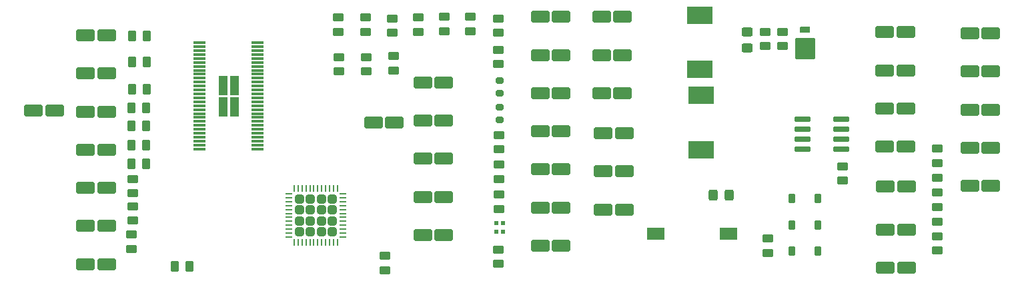
<source format=gbr>
%TF.GenerationSoftware,KiCad,Pcbnew,9.0.2*%
%TF.CreationDate,2025-07-10T19:46:15+05:30*%
%TF.ProjectId,STM32 ESC PCB Design,53544d33-3220-4455-9343-205043422044,rev?*%
%TF.SameCoordinates,Original*%
%TF.FileFunction,Paste,Top*%
%TF.FilePolarity,Positive*%
%FSLAX46Y46*%
G04 Gerber Fmt 4.6, Leading zero omitted, Abs format (unit mm)*
G04 Created by KiCad (PCBNEW 9.0.2) date 2025-07-10 19:46:15*
%MOMM*%
%LPD*%
G01*
G04 APERTURE LIST*
G04 Aperture macros list*
%AMRoundRect*
0 Rectangle with rounded corners*
0 $1 Rounding radius*
0 $2 $3 $4 $5 $6 $7 $8 $9 X,Y pos of 4 corners*
0 Add a 4 corners polygon primitive as box body*
4,1,4,$2,$3,$4,$5,$6,$7,$8,$9,$2,$3,0*
0 Add four circle primitives for the rounded corners*
1,1,$1+$1,$2,$3*
1,1,$1+$1,$4,$5*
1,1,$1+$1,$6,$7*
1,1,$1+$1,$8,$9*
0 Add four rect primitives between the rounded corners*
20,1,$1+$1,$2,$3,$4,$5,0*
20,1,$1+$1,$4,$5,$6,$7,0*
20,1,$1+$1,$6,$7,$8,$9,0*
20,1,$1+$1,$8,$9,$2,$3,0*%
G04 Aperture macros list end*
%ADD10C,0.010000*%
%ADD11RoundRect,0.250001X0.924999X0.499999X-0.924999X0.499999X-0.924999X-0.499999X0.924999X-0.499999X0*%
%ADD12RoundRect,0.250000X-0.262500X-0.450000X0.262500X-0.450000X0.262500X0.450000X-0.262500X0.450000X0*%
%ADD13RoundRect,0.250001X-0.924999X-0.499999X0.924999X-0.499999X0.924999X0.499999X-0.924999X0.499999X0*%
%ADD14RoundRect,0.250000X0.262500X0.450000X-0.262500X0.450000X-0.262500X-0.450000X0.262500X-0.450000X0*%
%ADD15RoundRect,0.250000X-0.450000X0.262500X-0.450000X-0.262500X0.450000X-0.262500X0.450000X0.262500X0*%
%ADD16RoundRect,0.250000X0.450000X-0.262500X0.450000X0.262500X-0.450000X0.262500X-0.450000X-0.262500X0*%
%ADD17RoundRect,0.225000X-0.225000X-0.375000X0.225000X-0.375000X0.225000X0.375000X-0.225000X0.375000X0*%
%ADD18RoundRect,0.127000X1.143000X-1.208000X1.143000X1.208000X-1.143000X1.208000X-1.143000X-1.208000X0*%
%ADD19RoundRect,0.076200X0.558800X-0.304800X0.558800X0.304800X-0.558800X0.304800X-0.558800X-0.304800X0*%
%ADD20R,0.500000X0.600000*%
%ADD21R,3.180000X2.250000*%
%ADD22RoundRect,0.200000X0.275000X-0.200000X0.275000X0.200000X-0.275000X0.200000X-0.275000X-0.200000X0*%
%ADD23RoundRect,0.070000X-0.715000X-0.070000X0.715000X-0.070000X0.715000X0.070000X-0.715000X0.070000X0*%
%ADD24RoundRect,0.075000X-0.910000X-0.225000X0.910000X-0.225000X0.910000X0.225000X-0.910000X0.225000X0*%
%ADD25RoundRect,0.250000X0.315000X0.315000X-0.315000X0.315000X-0.315000X-0.315000X0.315000X-0.315000X0*%
%ADD26RoundRect,0.062500X0.375000X0.062500X-0.375000X0.062500X-0.375000X-0.062500X0.375000X-0.062500X0*%
%ADD27RoundRect,0.062500X0.062500X0.375000X-0.062500X0.375000X-0.062500X-0.375000X0.062500X-0.375000X0*%
%ADD28RoundRect,0.250000X0.450000X-0.325000X0.450000X0.325000X-0.450000X0.325000X-0.450000X-0.325000X0*%
%ADD29R,2.180000X1.600000*%
%ADD30RoundRect,0.250000X-0.325000X-0.450000X0.325000X-0.450000X0.325000X0.450000X-0.325000X0.450000X0*%
G04 APERTURE END LIST*
D10*
%TO.C,U1*%
X75980000Y-48650000D02*
X74960000Y-48650000D01*
X74960000Y-46340000D01*
X75980000Y-46340000D01*
X75980000Y-48650000D01*
G36*
X75980000Y-48650000D02*
G01*
X74960000Y-48650000D01*
X74960000Y-46340000D01*
X75980000Y-46340000D01*
X75980000Y-48650000D01*
G37*
X75980000Y-51360000D02*
X74960000Y-51360000D01*
X74960000Y-49050000D01*
X75980000Y-49050000D01*
X75980000Y-51360000D01*
G36*
X75980000Y-51360000D02*
G01*
X74960000Y-51360000D01*
X74960000Y-49050000D01*
X75980000Y-49050000D01*
X75980000Y-51360000D01*
G37*
X77400000Y-48650000D02*
X76380000Y-48650000D01*
X76380000Y-46340000D01*
X77400000Y-46340000D01*
X77400000Y-48650000D01*
G36*
X77400000Y-48650000D02*
G01*
X76380000Y-48650000D01*
X76380000Y-46340000D01*
X77400000Y-46340000D01*
X77400000Y-48650000D01*
G37*
X77400000Y-51360000D02*
X76380000Y-51360000D01*
X76380000Y-49050000D01*
X77400000Y-49050000D01*
X77400000Y-51360000D01*
G36*
X77400000Y-51360000D02*
G01*
X76380000Y-51360000D01*
X76380000Y-49050000D01*
X77400000Y-49050000D01*
X77400000Y-51360000D01*
G37*
%TD*%
D11*
%TO.C,C8*%
X126400000Y-63300000D03*
X123750000Y-63300000D03*
%TD*%
D12*
%TO.C,R3*%
X63975000Y-48000000D03*
X65800000Y-48000000D03*
%TD*%
D13*
%TO.C,C18*%
X159475000Y-55300000D03*
X162125000Y-55300000D03*
%TD*%
D14*
%TO.C,R4*%
X65700000Y-50400000D03*
X63875000Y-50400000D03*
%TD*%
D15*
%TO.C,R10*%
X166100000Y-55575000D03*
X166100000Y-57400000D03*
%TD*%
D11*
%TO.C,C13*%
X126200000Y-43650000D03*
X123550000Y-43650000D03*
%TD*%
D16*
%TO.C,R20*%
X97000000Y-40825000D03*
X97000000Y-39000000D03*
%TD*%
%TO.C,R32*%
X110400000Y-40825000D03*
X110400000Y-39000000D03*
%TD*%
%TO.C,R33*%
X110400000Y-70212500D03*
X110400000Y-68387500D03*
%TD*%
%TO.C,R16*%
X154100000Y-59612500D03*
X154100000Y-57787500D03*
%TD*%
D13*
%TO.C,C24*%
X159550000Y-65850000D03*
X162200000Y-65850000D03*
%TD*%
D12*
%TO.C,R2*%
X63975000Y-41200000D03*
X65800000Y-41200000D03*
%TD*%
D13*
%TO.C,C19*%
X170250000Y-40900000D03*
X172900000Y-40900000D03*
%TD*%
%TO.C,C37*%
X100850000Y-56850000D03*
X103500000Y-56850000D03*
%TD*%
D11*
%TO.C,C12*%
X126200000Y-48500000D03*
X123550000Y-48500000D03*
%TD*%
D13*
%TO.C,C34*%
X115750000Y-63050000D03*
X118400000Y-63050000D03*
%TD*%
D17*
%TO.C,Z5*%
X147700000Y-65250000D03*
X151000000Y-65250000D03*
%TD*%
D12*
%TO.C,R5*%
X63900000Y-52700000D03*
X65725000Y-52700000D03*
%TD*%
%TO.C,R1*%
X63975000Y-44500000D03*
X65800000Y-44500000D03*
%TD*%
%TO.C,R6*%
X63900000Y-55100000D03*
X65725000Y-55100000D03*
%TD*%
D16*
%TO.C,R35*%
X110500000Y-63225000D03*
X110500000Y-61400000D03*
%TD*%
D13*
%TO.C,C29*%
X115750000Y-43650000D03*
X118400000Y-43650000D03*
%TD*%
D18*
%TO.C,D10*%
X149400000Y-42851000D03*
D19*
X149400000Y-40500000D03*
%TD*%
D16*
%TO.C,R28*%
X110400000Y-44825000D03*
X110400000Y-43000000D03*
%TD*%
D17*
%TO.C,Z6*%
X147700000Y-68600000D03*
X151000000Y-68600000D03*
%TD*%
D13*
%TO.C,C16*%
X159475000Y-45600000D03*
X162125000Y-45600000D03*
%TD*%
%TO.C,C2*%
X58050000Y-46000000D03*
X60700000Y-46000000D03*
%TD*%
D20*
%TO.C,Y1*%
X110200000Y-65000000D03*
X110200000Y-66100000D03*
X111000000Y-66100000D03*
X111000000Y-65000000D03*
%TD*%
D15*
%TO.C,R18*%
X64000000Y-59400000D03*
X64000000Y-61225000D03*
%TD*%
D13*
%TO.C,C28*%
X115750000Y-38800000D03*
X118400000Y-38800000D03*
%TD*%
D21*
%TO.C,D7*%
X136000000Y-38590000D03*
X136000000Y-45500000D03*
%TD*%
D22*
%TO.C,FB1*%
X110600000Y-48550000D03*
X110600000Y-46900000D03*
%TD*%
D16*
%TO.C,R19*%
X93600000Y-40725000D03*
X93600000Y-38900000D03*
%TD*%
%TO.C,R27*%
X100300000Y-40725000D03*
X100300000Y-38900000D03*
%TD*%
%TO.C,R8*%
X63900000Y-68325000D03*
X63900000Y-66500000D03*
%TD*%
D22*
%TO.C,FB2*%
X110600000Y-51900000D03*
X110600000Y-50250000D03*
%TD*%
D15*
%TO.C,R11*%
X166100000Y-59275000D03*
X166100000Y-61100000D03*
%TD*%
D16*
%TO.C,R14*%
X166100000Y-68525000D03*
X166100000Y-66700000D03*
%TD*%
D13*
%TO.C,C14*%
X51450000Y-50700000D03*
X54100000Y-50700000D03*
%TD*%
D15*
%TO.C,R17*%
X64000000Y-62887500D03*
X64000000Y-64712500D03*
%TD*%
D13*
%TO.C,C31*%
X115750000Y-53350000D03*
X118400000Y-53350000D03*
%TD*%
D11*
%TO.C,C9*%
X126400000Y-58450000D03*
X123750000Y-58450000D03*
%TD*%
D23*
%TO.C,U1*%
X72460000Y-42100000D03*
X72460000Y-42600000D03*
X72460000Y-43100000D03*
X72460000Y-43600000D03*
X72460000Y-44100000D03*
X72460000Y-44600000D03*
X72460000Y-45100000D03*
X72460000Y-45600000D03*
X72460000Y-46100000D03*
X72460000Y-46600000D03*
X72460000Y-47100000D03*
X72460000Y-47600000D03*
X72460000Y-48100000D03*
X72460000Y-48600000D03*
X72460000Y-49100000D03*
X72460000Y-49600000D03*
X72460000Y-50100000D03*
X72460000Y-50600000D03*
X72460000Y-51100000D03*
X72460000Y-51600000D03*
X72460000Y-52100000D03*
X72460000Y-52600000D03*
X72460000Y-53100000D03*
X72460000Y-53600000D03*
X72460000Y-54100000D03*
X72460000Y-54600000D03*
X72460000Y-55100000D03*
X72460000Y-55600000D03*
X79900000Y-55600000D03*
X79900000Y-55100000D03*
X79900000Y-54600000D03*
X79900000Y-54100000D03*
X79900000Y-53600000D03*
X79900000Y-53100000D03*
X79900000Y-52600000D03*
X79900000Y-52100000D03*
X79900000Y-51600000D03*
X79900000Y-51100000D03*
X79900000Y-50600000D03*
X79900000Y-50100000D03*
X79900000Y-49600000D03*
X79900000Y-49100000D03*
X79900000Y-48600000D03*
X79900000Y-48100000D03*
X79900000Y-47600000D03*
X79900000Y-47100000D03*
X79900000Y-46600000D03*
X79900000Y-46100000D03*
X79900000Y-45600000D03*
X79900000Y-45100000D03*
X79900000Y-44600000D03*
X79900000Y-44100000D03*
X79900000Y-43600000D03*
X79900000Y-43100000D03*
X79900000Y-42600000D03*
X79900000Y-42100000D03*
%TD*%
D13*
%TO.C,C17*%
X159475000Y-50450000D03*
X162125000Y-50450000D03*
%TD*%
D12*
%TO.C,R30*%
X69375000Y-70490000D03*
X71200000Y-70490000D03*
%TD*%
D13*
%TO.C,C20*%
X170250000Y-45750000D03*
X172900000Y-45750000D03*
%TD*%
D16*
%TO.C,R29*%
X96000000Y-71025000D03*
X96000000Y-69200000D03*
%TD*%
D13*
%TO.C,C39*%
X100850000Y-66550000D03*
X103500000Y-66550000D03*
%TD*%
D24*
%TO.C,U2*%
X149000000Y-51790000D03*
X149000000Y-53060000D03*
X149000000Y-54330000D03*
X149000000Y-55600000D03*
X153940000Y-55600000D03*
X153940000Y-54330000D03*
X153940000Y-53060000D03*
X153940000Y-51790000D03*
%TD*%
D13*
%TO.C,C5*%
X58050000Y-60550000D03*
X60700000Y-60550000D03*
%TD*%
%TO.C,C7*%
X58050000Y-70250000D03*
X60700000Y-70250000D03*
%TD*%
D16*
%TO.C,R15*%
X166100000Y-64825000D03*
X166100000Y-63000000D03*
%TD*%
D12*
%TO.C,R7*%
X63875000Y-57500000D03*
X65700000Y-57500000D03*
%TD*%
D13*
%TO.C,C22*%
X170250000Y-55450000D03*
X172900000Y-55450000D03*
%TD*%
%TO.C,C38*%
X100850000Y-61700000D03*
X103500000Y-61700000D03*
%TD*%
D16*
%TO.C,R22*%
X106900000Y-40625000D03*
X106900000Y-38800000D03*
%TD*%
%TO.C,R23*%
X93700000Y-45725000D03*
X93700000Y-43900000D03*
%TD*%
D25*
%TO.C,U3*%
X89362500Y-66150000D03*
X89362500Y-64750000D03*
X89362500Y-63350000D03*
X89362500Y-61950000D03*
X87962500Y-66150000D03*
X87962500Y-64750000D03*
X87962500Y-63350000D03*
X87962500Y-61950000D03*
X86562500Y-66150000D03*
X86562500Y-64750000D03*
X86562500Y-63350000D03*
X86562500Y-61950000D03*
X85162500Y-66150000D03*
X85162500Y-64750000D03*
X85162500Y-63350000D03*
X85162500Y-61950000D03*
D26*
X90700000Y-66800000D03*
X90700000Y-66300000D03*
X90700000Y-65800000D03*
X90700000Y-65300000D03*
X90700000Y-64800000D03*
X90700000Y-64300000D03*
X90700000Y-63800000D03*
X90700000Y-63300000D03*
X90700000Y-62800000D03*
X90700000Y-62300000D03*
X90700000Y-61800000D03*
X90700000Y-61300000D03*
D27*
X90012500Y-60612500D03*
X89512500Y-60612500D03*
X89012500Y-60612500D03*
X88512500Y-60612500D03*
X88012500Y-60612500D03*
X87512500Y-60612500D03*
X87012500Y-60612500D03*
X86512500Y-60612500D03*
X86012500Y-60612500D03*
X85512500Y-60612500D03*
X85012500Y-60612500D03*
X84512500Y-60612500D03*
D26*
X83825000Y-61300000D03*
X83825000Y-61800000D03*
X83825000Y-62300000D03*
X83825000Y-62800000D03*
X83825000Y-63300000D03*
X83825000Y-63800000D03*
X83825000Y-64300000D03*
X83825000Y-64800000D03*
X83825000Y-65300000D03*
X83825000Y-65800000D03*
X83825000Y-66300000D03*
X83825000Y-66800000D03*
D27*
X84512500Y-67487500D03*
X85012500Y-67487500D03*
X85512500Y-67487500D03*
X86012500Y-67487500D03*
X86512500Y-67487500D03*
X87012500Y-67487500D03*
X87512500Y-67487500D03*
X88012500Y-67487500D03*
X88512500Y-67487500D03*
X89012500Y-67487500D03*
X89512500Y-67487500D03*
X90012500Y-67487500D03*
%TD*%
D13*
%TO.C,C4*%
X58050000Y-55700000D03*
X60700000Y-55700000D03*
%TD*%
%TO.C,C21*%
X170250000Y-50600000D03*
X172900000Y-50600000D03*
%TD*%
D16*
%TO.C,R9*%
X144600000Y-68825000D03*
X144600000Y-67000000D03*
%TD*%
D17*
%TO.C,Z4*%
X147700000Y-61900000D03*
X151000000Y-61900000D03*
%TD*%
D11*
%TO.C,C11*%
X97225000Y-52200000D03*
X94575000Y-52200000D03*
%TD*%
D13*
%TO.C,C33*%
X100850000Y-47150000D03*
X103500000Y-47150000D03*
%TD*%
D16*
%TO.C,R31*%
X110500000Y-55650000D03*
X110500000Y-53825000D03*
%TD*%
%TO.C,R13*%
X146500000Y-42525000D03*
X146500000Y-40700000D03*
%TD*%
D13*
%TO.C,C15*%
X159475000Y-40750000D03*
X162125000Y-40750000D03*
%TD*%
%TO.C,C3*%
X58050000Y-50850000D03*
X60700000Y-50850000D03*
%TD*%
D28*
%TO.C,L3*%
X142000000Y-42750000D03*
X142000000Y-40700000D03*
%TD*%
D13*
%TO.C,C32*%
X115750000Y-58200000D03*
X118400000Y-58200000D03*
%TD*%
D16*
%TO.C,R34*%
X110500000Y-59400000D03*
X110500000Y-57575000D03*
%TD*%
D13*
%TO.C,C30*%
X115750000Y-48500000D03*
X118400000Y-48500000D03*
%TD*%
D15*
%TO.C,R12*%
X144300000Y-40700000D03*
X144300000Y-42525000D03*
%TD*%
D29*
%TO.C,SW1*%
X130420000Y-66400000D03*
X139600000Y-66400000D03*
%TD*%
D13*
%TO.C,C6*%
X58050000Y-65400000D03*
X60700000Y-65400000D03*
%TD*%
D16*
%TO.C,R21*%
X103600000Y-40625000D03*
X103600000Y-38800000D03*
%TD*%
D11*
%TO.C,C10*%
X126400000Y-53600000D03*
X123750000Y-53600000D03*
%TD*%
D13*
%TO.C,C35*%
X115750000Y-67900000D03*
X118400000Y-67900000D03*
%TD*%
D21*
%TO.C,D9*%
X136200000Y-48790000D03*
X136200000Y-55700000D03*
%TD*%
D11*
%TO.C,C27*%
X126200000Y-38800000D03*
X123550000Y-38800000D03*
%TD*%
D16*
%TO.C,R24*%
X97100000Y-45625000D03*
X97100000Y-43800000D03*
%TD*%
D13*
%TO.C,C23*%
X170250000Y-60300000D03*
X172900000Y-60300000D03*
%TD*%
D16*
%TO.C,R25*%
X90100000Y-40725000D03*
X90100000Y-38900000D03*
%TD*%
D13*
%TO.C,C25*%
X159550000Y-70700000D03*
X162200000Y-70700000D03*
%TD*%
%TO.C,C1*%
X58050000Y-41150000D03*
X60700000Y-41150000D03*
%TD*%
D16*
%TO.C,R26*%
X90200000Y-45725000D03*
X90200000Y-43900000D03*
%TD*%
D13*
%TO.C,C36*%
X100850000Y-52000000D03*
X103500000Y-52000000D03*
%TD*%
D30*
%TO.C,L4*%
X137650000Y-61500000D03*
X139700000Y-61500000D03*
%TD*%
D13*
%TO.C,C26*%
X159550000Y-60400000D03*
X162200000Y-60400000D03*
%TD*%
M02*

</source>
